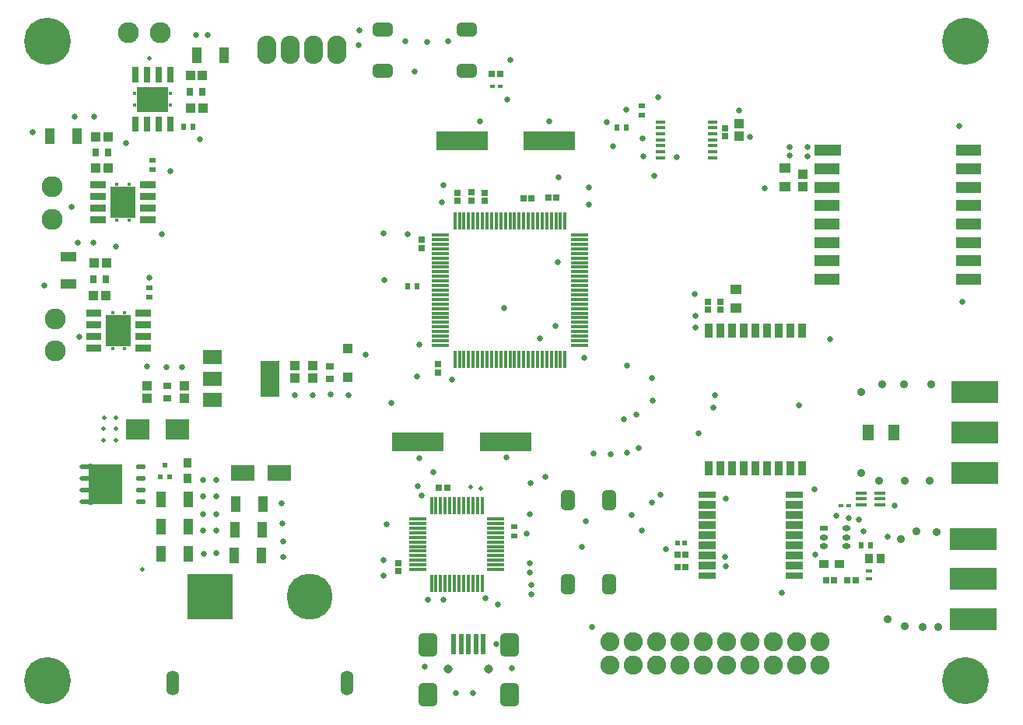
<source format=gts>
G04*
G04 #@! TF.GenerationSoftware,Altium Limited,Altium Designer,24.10.1 (45)*
G04*
G04 Layer_Color=8388736*
%FSLAX25Y25*%
%MOIN*%
G70*
G04*
G04 #@! TF.SameCoordinates,2D4B152F-DA3A-4926-AC14-268B840A774E*
G04*
G04*
G04 #@! TF.FilePolarity,Negative*
G04*
G01*
G75*
%ADD20R,0.02268X0.02661*%
%ADD21R,0.04236X0.03842*%
%ADD22R,0.04236X0.01677*%
%ADD23R,0.02661X0.02268*%
%ADD24R,0.02819X0.02661*%
%ADD25R,0.19984X0.09315*%
%ADD26R,0.20299X0.09807*%
%ADD27R,0.05024X0.06795*%
%ADD28R,0.03700X0.06300*%
%ADD29R,0.21953X0.08173*%
%ADD30O,0.07386X0.01480*%
%ADD31O,0.01480X0.07386*%
%ADD34R,0.02661X0.02819*%
%ADD35R,0.02268X0.09158*%
%ADD36R,0.08173X0.15260*%
%ADD37R,0.08173X0.06205*%
G04:AMPARAMS|DCode=38|XSize=58.11mil|YSize=85.67mil|CornerRadius=15.28mil|HoleSize=0mil|Usage=FLASHONLY|Rotation=90.000|XOffset=0mil|YOffset=0mil|HoleType=Round|Shape=RoundedRectangle|*
%AMROUNDEDRECTD38*
21,1,0.05811,0.05512,0,0,90.0*
21,1,0.02756,0.08567,0,0,90.0*
1,1,0.03055,0.02756,0.01378*
1,1,0.03055,0.02756,-0.01378*
1,1,0.03055,-0.02756,-0.01378*
1,1,0.03055,-0.02756,0.01378*
%
%ADD38ROUNDEDRECTD38*%
%ADD39R,0.03842X0.04236*%
%ADD40R,0.05024X0.04236*%
%ADD41O,0.03449X0.02465*%
%ADD42R,0.03449X0.02465*%
%ADD43R,0.03449X0.03842*%
%ADD44R,0.01874X0.01480*%
%ADD45R,0.04899X0.01699*%
%ADD46R,0.02858X0.01677*%
%ADD47R,0.03842X0.03449*%
%ADD48R,0.01874X0.02268*%
%ADD49R,0.04433X0.06598*%
%ADD52R,0.06598X0.04433*%
%ADD53R,0.02858X0.03449*%
G04:AMPARAMS|DCode=54|XSize=81.73mil|YSize=101.42mil|CornerRadius=21.18mil|HoleSize=0mil|Usage=FLASHONLY|Rotation=0.000|XOffset=0mil|YOffset=0mil|HoleType=Round|Shape=RoundedRectangle|*
%AMROUNDEDRECTD54*
21,1,0.08173,0.05906,0,0,0.0*
21,1,0.03937,0.10142,0,0,0.0*
1,1,0.04236,0.01968,-0.02953*
1,1,0.04236,-0.01968,-0.02953*
1,1,0.04236,-0.01968,0.02953*
1,1,0.04236,0.01968,0.02953*
%
%ADD54ROUNDEDRECTD54*%
%ADD55R,0.03449X0.02858*%
%ADD56R,0.04039X0.03842*%
%ADD57R,0.09945X0.08764*%
%ADD58R,0.01874X0.02307*%
%ADD59R,0.10142X0.06992*%
%ADD60O,0.04236X0.02268*%
%ADD61O,0.05811X0.02268*%
%ADD62R,0.10535X0.04630*%
%ADD63R,0.11323X0.04630*%
G04:AMPARAMS|DCode=64|XSize=58.11mil|YSize=85.67mil|CornerRadius=15.28mil|HoleSize=0mil|Usage=FLASHONLY|Rotation=180.000|XOffset=0mil|YOffset=0mil|HoleType=Round|Shape=RoundedRectangle|*
%AMROUNDEDRECTD64*
21,1,0.05811,0.05512,0,0,180.0*
21,1,0.02756,0.08567,0,0,180.0*
1,1,0.03055,-0.01378,0.02756*
1,1,0.03055,0.01378,0.02756*
1,1,0.03055,0.01378,-0.02756*
1,1,0.03055,-0.01378,-0.02756*
%
%ADD64ROUNDEDRECTD64*%
%ADD65R,0.07386X0.03055*%
%ADD66R,0.07386X0.03449*%
%ADD67R,0.01781X0.07293*%
%ADD68R,0.07293X0.01781*%
%ADD69C,0.08173*%
%ADD70O,0.05417X0.10535*%
%ADD71C,0.19654*%
%ADD72R,0.19654X0.19654*%
%ADD73C,0.20079*%
%ADD74C,0.08961*%
%ADD75O,0.08173X0.12110*%
%ADD76C,0.01480*%
%ADD77C,0.03842*%
%ADD78C,0.02661*%
%ADD79C,0.03449*%
%ADD80C,0.01874*%
G36*
X69520Y278717D02*
X69528D01*
X69539Y278713D01*
X69547D01*
X69559Y278709D01*
X69567Y278705D01*
X69579Y278701D01*
X69587Y278693D01*
X69595Y278689D01*
X69602Y278681D01*
X69610Y278677D01*
X69618Y278669D01*
X69626Y278661D01*
X69634Y278654D01*
X69642Y278646D01*
X69646Y278638D01*
X69653Y278630D01*
X69657Y278622D01*
X69665Y278614D01*
X69669Y278602D01*
X69673Y278594D01*
X69677Y278583D01*
Y278575D01*
X69681Y278563D01*
Y278555D01*
X69685Y278543D01*
Y272244D01*
X69681Y272232D01*
Y272224D01*
X69677Y272213D01*
Y272205D01*
X69673Y272193D01*
X69669Y272185D01*
X69665Y272173D01*
X69657Y272165D01*
X69653Y272158D01*
X69646Y272150D01*
X69642Y272142D01*
X69634Y272134D01*
X69626Y272126D01*
X69618Y272118D01*
X69610Y272110D01*
X69602Y272106D01*
X69595Y272098D01*
X69587Y272094D01*
X69579Y272087D01*
X69567Y272083D01*
X69559Y272079D01*
X69547Y272075D01*
X69539D01*
X69528Y272071D01*
X69520D01*
X69508Y272067D01*
X66949D01*
X66937Y272071D01*
X66929D01*
X66917Y272075D01*
X66909D01*
X66898Y272079D01*
X66890Y272083D01*
X66878Y272087D01*
X66870Y272094D01*
X66862Y272098D01*
X66854Y272106D01*
X66847Y272110D01*
X66839Y272118D01*
X66831Y272126D01*
X66823Y272134D01*
X66815Y272142D01*
X66811Y272150D01*
X66803Y272158D01*
X66799Y272165D01*
X66791Y272173D01*
X66787Y272185D01*
X66783Y272193D01*
X66780Y272205D01*
Y272213D01*
X66776Y272224D01*
Y272232D01*
X66772Y272244D01*
Y278543D01*
X66776Y278555D01*
Y278563D01*
X66780Y278575D01*
Y278583D01*
X66783Y278594D01*
X66787Y278602D01*
X66791Y278614D01*
X66799Y278622D01*
X66803Y278630D01*
X66811Y278638D01*
X66815Y278646D01*
X66823Y278654D01*
X66831Y278661D01*
X66839Y278669D01*
X66847Y278677D01*
X66854Y278681D01*
X66862Y278689D01*
X66870Y278693D01*
X66878Y278701D01*
X66890Y278705D01*
X66898Y278709D01*
X66909Y278713D01*
X66917D01*
X66929Y278717D01*
X66937D01*
X66949Y278720D01*
X69508D01*
X69520Y278717D01*
D02*
G37*
G36*
X64520D02*
X64527D01*
X64539Y278713D01*
X64547D01*
X64559Y278709D01*
X64567Y278705D01*
X64579Y278701D01*
X64587Y278693D01*
X64595Y278689D01*
X64602Y278681D01*
X64610Y278677D01*
X64618Y278669D01*
X64626Y278661D01*
X64634Y278654D01*
X64642Y278646D01*
X64646Y278638D01*
X64653Y278630D01*
X64657Y278622D01*
X64665Y278614D01*
X64669Y278602D01*
X64673Y278594D01*
X64677Y278583D01*
Y278575D01*
X64681Y278563D01*
Y278555D01*
X64685Y278543D01*
Y272244D01*
X64681Y272232D01*
Y272224D01*
X64677Y272213D01*
Y272205D01*
X64673Y272193D01*
X64669Y272185D01*
X64665Y272173D01*
X64657Y272165D01*
X64653Y272158D01*
X64646Y272150D01*
X64642Y272142D01*
X64634Y272134D01*
X64626Y272126D01*
X64618Y272118D01*
X64610Y272110D01*
X64602Y272106D01*
X64595Y272098D01*
X64587Y272094D01*
X64579Y272087D01*
X64567Y272083D01*
X64559Y272079D01*
X64547Y272075D01*
X64539D01*
X64527Y272071D01*
X64520D01*
X64508Y272067D01*
X61949D01*
X61937Y272071D01*
X61929D01*
X61917Y272075D01*
X61909D01*
X61898Y272079D01*
X61890Y272083D01*
X61878Y272087D01*
X61870Y272094D01*
X61862Y272098D01*
X61854Y272106D01*
X61847Y272110D01*
X61839Y272118D01*
X61831Y272126D01*
X61823Y272134D01*
X61815Y272142D01*
X61811Y272150D01*
X61803Y272158D01*
X61799Y272165D01*
X61791Y272173D01*
X61787Y272185D01*
X61783Y272193D01*
X61779Y272205D01*
Y272213D01*
X61776Y272224D01*
Y272232D01*
X61772Y272244D01*
Y278543D01*
X61776Y278555D01*
Y278563D01*
X61779Y278575D01*
Y278583D01*
X61783Y278594D01*
X61787Y278602D01*
X61791Y278614D01*
X61799Y278622D01*
X61803Y278630D01*
X61811Y278638D01*
X61815Y278646D01*
X61823Y278654D01*
X61831Y278661D01*
X61839Y278669D01*
X61847Y278677D01*
X61854Y278681D01*
X61862Y278689D01*
X61870Y278693D01*
X61878Y278701D01*
X61890Y278705D01*
X61898Y278709D01*
X61909Y278713D01*
X61917D01*
X61929Y278717D01*
X61937D01*
X61949Y278720D01*
X64508D01*
X64520Y278717D01*
D02*
G37*
G36*
X59520D02*
X59527D01*
X59539Y278713D01*
X59547D01*
X59559Y278709D01*
X59567Y278705D01*
X59579Y278701D01*
X59587Y278693D01*
X59595Y278689D01*
X59602Y278681D01*
X59610Y278677D01*
X59618Y278669D01*
X59626Y278661D01*
X59634Y278654D01*
X59642Y278646D01*
X59646Y278638D01*
X59654Y278630D01*
X59658Y278622D01*
X59665Y278614D01*
X59669Y278602D01*
X59673Y278594D01*
X59677Y278583D01*
Y278575D01*
X59681Y278563D01*
Y278555D01*
X59685Y278543D01*
Y272244D01*
X59681Y272232D01*
Y272224D01*
X59677Y272213D01*
Y272205D01*
X59673Y272193D01*
X59669Y272185D01*
X59665Y272173D01*
X59658Y272165D01*
X59654Y272158D01*
X59646Y272150D01*
X59642Y272142D01*
X59634Y272134D01*
X59626Y272126D01*
X59618Y272118D01*
X59610Y272110D01*
X59602Y272106D01*
X59595Y272098D01*
X59587Y272094D01*
X59579Y272087D01*
X59567Y272083D01*
X59559Y272079D01*
X59547Y272075D01*
X59539D01*
X59527Y272071D01*
X59520D01*
X59508Y272067D01*
X56949D01*
X56937Y272071D01*
X56929D01*
X56917Y272075D01*
X56909D01*
X56898Y272079D01*
X56890Y272083D01*
X56878Y272087D01*
X56870Y272094D01*
X56862Y272098D01*
X56854Y272106D01*
X56846Y272110D01*
X56839Y272118D01*
X56831Y272126D01*
X56823Y272134D01*
X56815Y272142D01*
X56811Y272150D01*
X56803Y272158D01*
X56799Y272165D01*
X56791Y272173D01*
X56787Y272185D01*
X56783Y272193D01*
X56779Y272205D01*
Y272213D01*
X56776Y272224D01*
Y272232D01*
X56772Y272244D01*
Y278543D01*
X56776Y278555D01*
Y278563D01*
X56779Y278575D01*
Y278583D01*
X56783Y278594D01*
X56787Y278602D01*
X56791Y278614D01*
X56799Y278622D01*
X56803Y278630D01*
X56811Y278638D01*
X56815Y278646D01*
X56823Y278654D01*
X56831Y278661D01*
X56839Y278669D01*
X56846Y278677D01*
X56854Y278681D01*
X56862Y278689D01*
X56870Y278693D01*
X56878Y278701D01*
X56890Y278705D01*
X56898Y278709D01*
X56909Y278713D01*
X56917D01*
X56929Y278717D01*
X56937D01*
X56949Y278720D01*
X59508D01*
X59520Y278717D01*
D02*
G37*
G36*
X54520D02*
X54527D01*
X54539Y278713D01*
X54547D01*
X54559Y278709D01*
X54567Y278705D01*
X54579Y278701D01*
X54587Y278693D01*
X54594Y278689D01*
X54602Y278681D01*
X54610Y278677D01*
X54618Y278669D01*
X54626Y278661D01*
X54634Y278654D01*
X54642Y278646D01*
X54646Y278638D01*
X54654Y278630D01*
X54658Y278622D01*
X54665Y278614D01*
X54669Y278602D01*
X54673Y278594D01*
X54677Y278583D01*
Y278575D01*
X54681Y278563D01*
Y278555D01*
X54685Y278543D01*
Y272244D01*
X54681Y272232D01*
Y272224D01*
X54677Y272213D01*
Y272205D01*
X54673Y272193D01*
X54669Y272185D01*
X54665Y272173D01*
X54658Y272165D01*
X54654Y272158D01*
X54646Y272150D01*
X54642Y272142D01*
X54634Y272134D01*
X54626Y272126D01*
X54618Y272118D01*
X54610Y272110D01*
X54602Y272106D01*
X54594Y272098D01*
X54587Y272094D01*
X54579Y272087D01*
X54567Y272083D01*
X54559Y272079D01*
X54547Y272075D01*
X54539D01*
X54527Y272071D01*
X54520D01*
X54508Y272067D01*
X51949D01*
X51937Y272071D01*
X51929D01*
X51917Y272075D01*
X51909D01*
X51898Y272079D01*
X51890Y272083D01*
X51878Y272087D01*
X51870Y272094D01*
X51862Y272098D01*
X51854Y272106D01*
X51846Y272110D01*
X51839Y272118D01*
X51831Y272126D01*
X51823Y272134D01*
X51815Y272142D01*
X51811Y272150D01*
X51803Y272158D01*
X51799Y272165D01*
X51791Y272173D01*
X51787Y272185D01*
X51784Y272193D01*
X51780Y272205D01*
Y272213D01*
X51776Y272224D01*
Y272232D01*
X51772Y272244D01*
Y278543D01*
X51776Y278555D01*
Y278563D01*
X51780Y278575D01*
Y278583D01*
X51784Y278594D01*
X51787Y278602D01*
X51791Y278614D01*
X51799Y278622D01*
X51803Y278630D01*
X51811Y278638D01*
X51815Y278646D01*
X51823Y278654D01*
X51831Y278661D01*
X51839Y278669D01*
X51846Y278677D01*
X51854Y278681D01*
X51862Y278689D01*
X51870Y278693D01*
X51878Y278701D01*
X51890Y278705D01*
X51898Y278709D01*
X51909Y278713D01*
X51917D01*
X51929Y278717D01*
X51937D01*
X51949Y278720D01*
X54508D01*
X54520Y278717D01*
D02*
G37*
G36*
X67421Y259429D02*
X54035D01*
Y270098D01*
X67421D01*
Y259429D01*
D02*
G37*
G36*
X69520Y257457D02*
X69528D01*
X69539Y257453D01*
X69547D01*
X69559Y257449D01*
X69567Y257445D01*
X69579Y257441D01*
X69587Y257433D01*
X69595Y257429D01*
X69602Y257421D01*
X69610Y257417D01*
X69618Y257410D01*
X69626Y257402D01*
X69634Y257394D01*
X69642Y257386D01*
X69646Y257378D01*
X69653Y257370D01*
X69657Y257362D01*
X69665Y257354D01*
X69669Y257343D01*
X69673Y257335D01*
X69677Y257323D01*
Y257315D01*
X69681Y257303D01*
Y257295D01*
X69685Y257283D01*
Y250984D01*
X69681Y250972D01*
Y250965D01*
X69677Y250953D01*
Y250945D01*
X69673Y250933D01*
X69669Y250925D01*
X69665Y250913D01*
X69657Y250905D01*
X69653Y250898D01*
X69646Y250890D01*
X69642Y250882D01*
X69634Y250874D01*
X69626Y250866D01*
X69618Y250858D01*
X69610Y250850D01*
X69602Y250847D01*
X69595Y250839D01*
X69587Y250835D01*
X69579Y250827D01*
X69567Y250823D01*
X69559Y250819D01*
X69547Y250815D01*
X69539D01*
X69528Y250811D01*
X69520D01*
X69508Y250807D01*
X66949D01*
X66937Y250811D01*
X66929D01*
X66917Y250815D01*
X66909D01*
X66898Y250819D01*
X66890Y250823D01*
X66878Y250827D01*
X66870Y250835D01*
X66862Y250839D01*
X66854Y250847D01*
X66847Y250850D01*
X66839Y250858D01*
X66831Y250866D01*
X66823Y250874D01*
X66815Y250882D01*
X66811Y250890D01*
X66803Y250898D01*
X66799Y250905D01*
X66791Y250913D01*
X66787Y250925D01*
X66783Y250933D01*
X66780Y250945D01*
Y250953D01*
X66776Y250965D01*
Y250972D01*
X66772Y250984D01*
Y257283D01*
X66776Y257295D01*
Y257303D01*
X66780Y257315D01*
Y257323D01*
X66783Y257335D01*
X66787Y257343D01*
X66791Y257354D01*
X66799Y257362D01*
X66803Y257370D01*
X66811Y257378D01*
X66815Y257386D01*
X66823Y257394D01*
X66831Y257402D01*
X66839Y257410D01*
X66847Y257417D01*
X66854Y257421D01*
X66862Y257429D01*
X66870Y257433D01*
X66878Y257441D01*
X66890Y257445D01*
X66898Y257449D01*
X66909Y257453D01*
X66917D01*
X66929Y257457D01*
X66937D01*
X66949Y257461D01*
X69508D01*
X69520Y257457D01*
D02*
G37*
G36*
X64520D02*
X64527D01*
X64539Y257453D01*
X64547D01*
X64559Y257449D01*
X64567Y257445D01*
X64579Y257441D01*
X64587Y257433D01*
X64595Y257429D01*
X64602Y257421D01*
X64610Y257417D01*
X64618Y257410D01*
X64626Y257402D01*
X64634Y257394D01*
X64642Y257386D01*
X64646Y257378D01*
X64653Y257370D01*
X64657Y257362D01*
X64665Y257354D01*
X64669Y257343D01*
X64673Y257335D01*
X64677Y257323D01*
Y257315D01*
X64681Y257303D01*
Y257295D01*
X64685Y257283D01*
Y250984D01*
X64681Y250972D01*
Y250965D01*
X64677Y250953D01*
Y250945D01*
X64673Y250933D01*
X64669Y250925D01*
X64665Y250913D01*
X64657Y250905D01*
X64653Y250898D01*
X64646Y250890D01*
X64642Y250882D01*
X64634Y250874D01*
X64626Y250866D01*
X64618Y250858D01*
X64610Y250850D01*
X64602Y250847D01*
X64595Y250839D01*
X64587Y250835D01*
X64579Y250827D01*
X64567Y250823D01*
X64559Y250819D01*
X64547Y250815D01*
X64539D01*
X64527Y250811D01*
X64520D01*
X64508Y250807D01*
X61949D01*
X61937Y250811D01*
X61929D01*
X61917Y250815D01*
X61909D01*
X61898Y250819D01*
X61890Y250823D01*
X61878Y250827D01*
X61870Y250835D01*
X61862Y250839D01*
X61854Y250847D01*
X61847Y250850D01*
X61839Y250858D01*
X61831Y250866D01*
X61823Y250874D01*
X61815Y250882D01*
X61811Y250890D01*
X61803Y250898D01*
X61799Y250905D01*
X61791Y250913D01*
X61787Y250925D01*
X61783Y250933D01*
X61779Y250945D01*
Y250953D01*
X61776Y250965D01*
Y250972D01*
X61772Y250984D01*
Y257283D01*
X61776Y257295D01*
Y257303D01*
X61779Y257315D01*
Y257323D01*
X61783Y257335D01*
X61787Y257343D01*
X61791Y257354D01*
X61799Y257362D01*
X61803Y257370D01*
X61811Y257378D01*
X61815Y257386D01*
X61823Y257394D01*
X61831Y257402D01*
X61839Y257410D01*
X61847Y257417D01*
X61854Y257421D01*
X61862Y257429D01*
X61870Y257433D01*
X61878Y257441D01*
X61890Y257445D01*
X61898Y257449D01*
X61909Y257453D01*
X61917D01*
X61929Y257457D01*
X61937D01*
X61949Y257461D01*
X64508D01*
X64520Y257457D01*
D02*
G37*
G36*
X59520D02*
X59527D01*
X59539Y257453D01*
X59547D01*
X59559Y257449D01*
X59567Y257445D01*
X59579Y257441D01*
X59587Y257433D01*
X59595Y257429D01*
X59602Y257421D01*
X59610Y257417D01*
X59618Y257410D01*
X59626Y257402D01*
X59634Y257394D01*
X59642Y257386D01*
X59646Y257378D01*
X59654Y257370D01*
X59658Y257362D01*
X59665Y257354D01*
X59669Y257343D01*
X59673Y257335D01*
X59677Y257323D01*
Y257315D01*
X59681Y257303D01*
Y257295D01*
X59685Y257283D01*
Y250984D01*
X59681Y250972D01*
Y250965D01*
X59677Y250953D01*
Y250945D01*
X59673Y250933D01*
X59669Y250925D01*
X59665Y250913D01*
X59658Y250905D01*
X59654Y250898D01*
X59646Y250890D01*
X59642Y250882D01*
X59634Y250874D01*
X59626Y250866D01*
X59618Y250858D01*
X59610Y250850D01*
X59602Y250847D01*
X59595Y250839D01*
X59587Y250835D01*
X59579Y250827D01*
X59567Y250823D01*
X59559Y250819D01*
X59547Y250815D01*
X59539D01*
X59527Y250811D01*
X59520D01*
X59508Y250807D01*
X56949D01*
X56937Y250811D01*
X56929D01*
X56917Y250815D01*
X56909D01*
X56898Y250819D01*
X56890Y250823D01*
X56878Y250827D01*
X56870Y250835D01*
X56862Y250839D01*
X56854Y250847D01*
X56846Y250850D01*
X56839Y250858D01*
X56831Y250866D01*
X56823Y250874D01*
X56815Y250882D01*
X56811Y250890D01*
X56803Y250898D01*
X56799Y250905D01*
X56791Y250913D01*
X56787Y250925D01*
X56783Y250933D01*
X56779Y250945D01*
Y250953D01*
X56776Y250965D01*
Y250972D01*
X56772Y250984D01*
Y257283D01*
X56776Y257295D01*
Y257303D01*
X56779Y257315D01*
Y257323D01*
X56783Y257335D01*
X56787Y257343D01*
X56791Y257354D01*
X56799Y257362D01*
X56803Y257370D01*
X56811Y257378D01*
X56815Y257386D01*
X56823Y257394D01*
X56831Y257402D01*
X56839Y257410D01*
X56846Y257417D01*
X56854Y257421D01*
X56862Y257429D01*
X56870Y257433D01*
X56878Y257441D01*
X56890Y257445D01*
X56898Y257449D01*
X56909Y257453D01*
X56917D01*
X56929Y257457D01*
X56937D01*
X56949Y257461D01*
X59508D01*
X59520Y257457D01*
D02*
G37*
G36*
X54520D02*
X54527D01*
X54539Y257453D01*
X54547D01*
X54559Y257449D01*
X54567Y257445D01*
X54579Y257441D01*
X54587Y257433D01*
X54594Y257429D01*
X54602Y257421D01*
X54610Y257417D01*
X54618Y257410D01*
X54626Y257402D01*
X54634Y257394D01*
X54642Y257386D01*
X54646Y257378D01*
X54654Y257370D01*
X54658Y257362D01*
X54665Y257354D01*
X54669Y257343D01*
X54673Y257335D01*
X54677Y257323D01*
Y257315D01*
X54681Y257303D01*
Y257295D01*
X54685Y257283D01*
Y250984D01*
X54681Y250972D01*
Y250965D01*
X54677Y250953D01*
Y250945D01*
X54673Y250933D01*
X54669Y250925D01*
X54665Y250913D01*
X54658Y250905D01*
X54654Y250898D01*
X54646Y250890D01*
X54642Y250882D01*
X54634Y250874D01*
X54626Y250866D01*
X54618Y250858D01*
X54610Y250850D01*
X54602Y250847D01*
X54594Y250839D01*
X54587Y250835D01*
X54579Y250827D01*
X54567Y250823D01*
X54559Y250819D01*
X54547Y250815D01*
X54539D01*
X54527Y250811D01*
X54520D01*
X54508Y250807D01*
X51949D01*
X51937Y250811D01*
X51929D01*
X51917Y250815D01*
X51909D01*
X51898Y250819D01*
X51890Y250823D01*
X51878Y250827D01*
X51870Y250835D01*
X51862Y250839D01*
X51854Y250847D01*
X51846Y250850D01*
X51839Y250858D01*
X51831Y250866D01*
X51823Y250874D01*
X51815Y250882D01*
X51811Y250890D01*
X51803Y250898D01*
X51799Y250905D01*
X51791Y250913D01*
X51787Y250925D01*
X51784Y250933D01*
X51780Y250945D01*
Y250953D01*
X51776Y250965D01*
Y250972D01*
X51772Y250984D01*
Y257283D01*
X51776Y257295D01*
Y257303D01*
X51780Y257315D01*
Y257323D01*
X51784Y257335D01*
X51787Y257343D01*
X51791Y257354D01*
X51799Y257362D01*
X51803Y257370D01*
X51811Y257378D01*
X51815Y257386D01*
X51823Y257394D01*
X51831Y257402D01*
X51839Y257410D01*
X51846Y257417D01*
X51854Y257421D01*
X51862Y257429D01*
X51870Y257433D01*
X51878Y257441D01*
X51890Y257445D01*
X51898Y257449D01*
X51909Y257453D01*
X51917D01*
X51929Y257457D01*
X51937D01*
X51949Y257461D01*
X54508D01*
X54520Y257457D01*
D02*
G37*
G36*
X61724Y229524D02*
X61732D01*
X61744Y229520D01*
X61752D01*
X61764Y229516D01*
X61772Y229512D01*
X61783Y229508D01*
X61791Y229500D01*
X61799Y229496D01*
X61807Y229488D01*
X61815Y229484D01*
X61823Y229476D01*
X61831Y229468D01*
X61839Y229461D01*
X61847Y229453D01*
X61850Y229445D01*
X61858Y229437D01*
X61862Y229429D01*
X61870Y229421D01*
X61874Y229410D01*
X61878Y229402D01*
X61882Y229390D01*
Y229382D01*
X61886Y229370D01*
Y229362D01*
X61890Y229350D01*
Y229343D01*
Y229331D01*
Y226811D01*
Y226799D01*
Y226791D01*
X61886Y226780D01*
Y226772D01*
X61882Y226760D01*
Y226752D01*
X61878Y226740D01*
X61874Y226732D01*
X61870Y226720D01*
X61862Y226713D01*
X61858Y226705D01*
X61850Y226697D01*
X61847Y226689D01*
X61839Y226681D01*
X61831Y226673D01*
X61823Y226665D01*
X61815Y226658D01*
X61807Y226654D01*
X61799Y226646D01*
X61791Y226642D01*
X61783Y226634D01*
X61772Y226630D01*
X61764Y226626D01*
X61752Y226622D01*
X61744D01*
X61732Y226618D01*
X61724D01*
X61713Y226614D01*
X55413D01*
X55402Y226618D01*
X55394D01*
X55382Y226622D01*
X55374D01*
X55362Y226626D01*
X55354Y226630D01*
X55343Y226634D01*
X55335Y226642D01*
X55327Y226646D01*
X55319Y226654D01*
X55311Y226658D01*
X55303Y226665D01*
X55295Y226673D01*
X55287Y226681D01*
X55279Y226689D01*
X55276Y226697D01*
X55268Y226705D01*
X55264Y226713D01*
X55256Y226720D01*
X55252Y226732D01*
X55248Y226740D01*
X55244Y226752D01*
Y226760D01*
X55240Y226772D01*
Y226780D01*
X55236Y226791D01*
Y226799D01*
Y226811D01*
Y229331D01*
Y229343D01*
Y229350D01*
X55240Y229362D01*
Y229370D01*
X55244Y229382D01*
Y229390D01*
X55248Y229402D01*
X55252Y229410D01*
X55256Y229421D01*
X55264Y229429D01*
X55268Y229437D01*
X55276Y229445D01*
X55279Y229453D01*
X55287Y229461D01*
X55295Y229468D01*
X55303Y229476D01*
X55311Y229484D01*
X55319Y229488D01*
X55327Y229496D01*
X55335Y229500D01*
X55343Y229508D01*
X55354Y229512D01*
X55362Y229516D01*
X55374Y229520D01*
X55382D01*
X55394Y229524D01*
X55402D01*
X55413Y229528D01*
X61713D01*
X61724Y229524D01*
D02*
G37*
G36*
X40465D02*
X40472D01*
X40484Y229520D01*
X40492D01*
X40504Y229516D01*
X40512Y229512D01*
X40524Y229508D01*
X40532Y229500D01*
X40539Y229496D01*
X40547Y229488D01*
X40555Y229484D01*
X40563Y229476D01*
X40571Y229468D01*
X40579Y229461D01*
X40587Y229453D01*
X40591Y229445D01*
X40598Y229437D01*
X40602Y229429D01*
X40610Y229421D01*
X40614Y229410D01*
X40618Y229402D01*
X40622Y229390D01*
Y229382D01*
X40626Y229370D01*
Y229362D01*
X40630Y229350D01*
Y229343D01*
Y229331D01*
Y226811D01*
Y226799D01*
Y226791D01*
X40626Y226780D01*
Y226772D01*
X40622Y226760D01*
Y226752D01*
X40618Y226740D01*
X40614Y226732D01*
X40610Y226720D01*
X40602Y226713D01*
X40598Y226705D01*
X40591Y226697D01*
X40587Y226689D01*
X40579Y226681D01*
X40571Y226673D01*
X40563Y226665D01*
X40555Y226658D01*
X40547Y226654D01*
X40539Y226646D01*
X40532Y226642D01*
X40524Y226634D01*
X40512Y226630D01*
X40504Y226626D01*
X40492Y226622D01*
X40484D01*
X40472Y226618D01*
X40465D01*
X40453Y226614D01*
X34154D01*
X34142Y226618D01*
X34134D01*
X34122Y226622D01*
X34114D01*
X34102Y226626D01*
X34095Y226630D01*
X34083Y226634D01*
X34075Y226642D01*
X34067Y226646D01*
X34059Y226654D01*
X34051Y226658D01*
X34043Y226665D01*
X34035Y226673D01*
X34028Y226681D01*
X34020Y226689D01*
X34016Y226697D01*
X34008Y226705D01*
X34004Y226713D01*
X33996Y226720D01*
X33992Y226732D01*
X33988Y226740D01*
X33984Y226752D01*
Y226760D01*
X33980Y226772D01*
Y226780D01*
X33976Y226791D01*
Y226799D01*
Y226811D01*
Y229331D01*
Y229343D01*
Y229350D01*
X33980Y229362D01*
Y229370D01*
X33984Y229382D01*
Y229390D01*
X33988Y229402D01*
X33992Y229410D01*
X33996Y229421D01*
X34004Y229429D01*
X34008Y229437D01*
X34016Y229445D01*
X34020Y229453D01*
X34028Y229461D01*
X34035Y229468D01*
X34043Y229476D01*
X34051Y229484D01*
X34059Y229488D01*
X34067Y229496D01*
X34075Y229500D01*
X34083Y229508D01*
X34095Y229512D01*
X34102Y229516D01*
X34114Y229520D01*
X34122D01*
X34134Y229524D01*
X34142D01*
X34154Y229528D01*
X40453D01*
X40465Y229524D01*
D02*
G37*
G36*
X61724Y224524D02*
X61732D01*
X61744Y224520D01*
X61752D01*
X61764Y224516D01*
X61772Y224512D01*
X61783Y224508D01*
X61791Y224500D01*
X61799Y224496D01*
X61807Y224488D01*
X61815Y224484D01*
X61823Y224476D01*
X61831Y224468D01*
X61839Y224461D01*
X61847Y224453D01*
X61850Y224445D01*
X61858Y224437D01*
X61862Y224429D01*
X61870Y224421D01*
X61874Y224410D01*
X61878Y224402D01*
X61882Y224390D01*
Y224382D01*
X61886Y224370D01*
Y224362D01*
X61890Y224350D01*
Y224342D01*
Y224331D01*
Y221811D01*
Y221799D01*
Y221791D01*
X61886Y221780D01*
Y221772D01*
X61882Y221760D01*
Y221752D01*
X61878Y221740D01*
X61874Y221732D01*
X61870Y221721D01*
X61862Y221713D01*
X61858Y221705D01*
X61850Y221697D01*
X61847Y221689D01*
X61839Y221681D01*
X61831Y221673D01*
X61823Y221665D01*
X61815Y221657D01*
X61807Y221654D01*
X61799Y221646D01*
X61791Y221642D01*
X61783Y221634D01*
X61772Y221630D01*
X61764Y221626D01*
X61752Y221622D01*
X61744D01*
X61732Y221618D01*
X61724D01*
X61713Y221614D01*
X55413D01*
X55402Y221618D01*
X55394D01*
X55382Y221622D01*
X55374D01*
X55362Y221626D01*
X55354Y221630D01*
X55343Y221634D01*
X55335Y221642D01*
X55327Y221646D01*
X55319Y221654D01*
X55311Y221657D01*
X55303Y221665D01*
X55295Y221673D01*
X55287Y221681D01*
X55279Y221689D01*
X55276Y221697D01*
X55268Y221705D01*
X55264Y221713D01*
X55256Y221721D01*
X55252Y221732D01*
X55248Y221740D01*
X55244Y221752D01*
Y221760D01*
X55240Y221772D01*
Y221780D01*
X55236Y221791D01*
Y221799D01*
Y221811D01*
Y224331D01*
Y224342D01*
Y224350D01*
X55240Y224362D01*
Y224370D01*
X55244Y224382D01*
Y224390D01*
X55248Y224402D01*
X55252Y224410D01*
X55256Y224421D01*
X55264Y224429D01*
X55268Y224437D01*
X55276Y224445D01*
X55279Y224453D01*
X55287Y224461D01*
X55295Y224468D01*
X55303Y224476D01*
X55311Y224484D01*
X55319Y224488D01*
X55327Y224496D01*
X55335Y224500D01*
X55343Y224508D01*
X55354Y224512D01*
X55362Y224516D01*
X55374Y224520D01*
X55382D01*
X55394Y224524D01*
X55402D01*
X55413Y224528D01*
X61713D01*
X61724Y224524D01*
D02*
G37*
G36*
X40465D02*
X40472D01*
X40484Y224520D01*
X40492D01*
X40504Y224516D01*
X40512Y224512D01*
X40524Y224508D01*
X40532Y224500D01*
X40539Y224496D01*
X40547Y224488D01*
X40555Y224484D01*
X40563Y224476D01*
X40571Y224468D01*
X40579Y224461D01*
X40587Y224453D01*
X40591Y224445D01*
X40598Y224437D01*
X40602Y224429D01*
X40610Y224421D01*
X40614Y224410D01*
X40618Y224402D01*
X40622Y224390D01*
Y224382D01*
X40626Y224370D01*
Y224362D01*
X40630Y224350D01*
Y224342D01*
Y224331D01*
Y221811D01*
Y221799D01*
Y221791D01*
X40626Y221780D01*
Y221772D01*
X40622Y221760D01*
Y221752D01*
X40618Y221740D01*
X40614Y221732D01*
X40610Y221721D01*
X40602Y221713D01*
X40598Y221705D01*
X40591Y221697D01*
X40587Y221689D01*
X40579Y221681D01*
X40571Y221673D01*
X40563Y221665D01*
X40555Y221657D01*
X40547Y221654D01*
X40539Y221646D01*
X40532Y221642D01*
X40524Y221634D01*
X40512Y221630D01*
X40504Y221626D01*
X40492Y221622D01*
X40484D01*
X40472Y221618D01*
X40465D01*
X40453Y221614D01*
X34154D01*
X34142Y221618D01*
X34134D01*
X34122Y221622D01*
X34114D01*
X34102Y221626D01*
X34095Y221630D01*
X34083Y221634D01*
X34075Y221642D01*
X34067Y221646D01*
X34059Y221654D01*
X34051Y221657D01*
X34043Y221665D01*
X34035Y221673D01*
X34028Y221681D01*
X34020Y221689D01*
X34016Y221697D01*
X34008Y221705D01*
X34004Y221713D01*
X33996Y221721D01*
X33992Y221732D01*
X33988Y221740D01*
X33984Y221752D01*
Y221760D01*
X33980Y221772D01*
Y221780D01*
X33976Y221791D01*
Y221799D01*
Y221811D01*
Y224331D01*
Y224342D01*
Y224350D01*
X33980Y224362D01*
Y224370D01*
X33984Y224382D01*
Y224390D01*
X33988Y224402D01*
X33992Y224410D01*
X33996Y224421D01*
X34004Y224429D01*
X34008Y224437D01*
X34016Y224445D01*
X34020Y224453D01*
X34028Y224461D01*
X34035Y224468D01*
X34043Y224476D01*
X34051Y224484D01*
X34059Y224488D01*
X34067Y224496D01*
X34075Y224500D01*
X34083Y224508D01*
X34095Y224512D01*
X34102Y224516D01*
X34114Y224520D01*
X34122D01*
X34134Y224524D01*
X34142D01*
X34154Y224528D01*
X40453D01*
X40465Y224524D01*
D02*
G37*
G36*
X61724Y219524D02*
X61732D01*
X61744Y219520D01*
X61752D01*
X61764Y219516D01*
X61772Y219512D01*
X61783Y219508D01*
X61791Y219500D01*
X61799Y219496D01*
X61807Y219488D01*
X61815Y219484D01*
X61823Y219476D01*
X61831Y219468D01*
X61839Y219461D01*
X61847Y219453D01*
X61850Y219445D01*
X61858Y219437D01*
X61862Y219429D01*
X61870Y219421D01*
X61874Y219409D01*
X61878Y219402D01*
X61882Y219390D01*
Y219382D01*
X61886Y219370D01*
Y219362D01*
X61890Y219350D01*
Y219342D01*
Y219331D01*
Y216811D01*
Y216799D01*
Y216791D01*
X61886Y216780D01*
Y216772D01*
X61882Y216760D01*
Y216752D01*
X61878Y216740D01*
X61874Y216732D01*
X61870Y216721D01*
X61862Y216713D01*
X61858Y216705D01*
X61850Y216697D01*
X61847Y216689D01*
X61839Y216681D01*
X61831Y216673D01*
X61823Y216665D01*
X61815Y216657D01*
X61807Y216654D01*
X61799Y216646D01*
X61791Y216642D01*
X61783Y216634D01*
X61772Y216630D01*
X61764Y216626D01*
X61752Y216622D01*
X61744D01*
X61732Y216618D01*
X61724D01*
X61713Y216614D01*
X55413D01*
X55402Y216618D01*
X55394D01*
X55382Y216622D01*
X55374D01*
X55362Y216626D01*
X55354Y216630D01*
X55343Y216634D01*
X55335Y216642D01*
X55327Y216646D01*
X55319Y216654D01*
X55311Y216657D01*
X55303Y216665D01*
X55295Y216673D01*
X55287Y216681D01*
X55279Y216689D01*
X55276Y216697D01*
X55268Y216705D01*
X55264Y216713D01*
X55256Y216721D01*
X55252Y216732D01*
X55248Y216740D01*
X55244Y216752D01*
Y216760D01*
X55240Y216772D01*
Y216780D01*
X55236Y216791D01*
Y216799D01*
Y216811D01*
Y219331D01*
Y219342D01*
Y219350D01*
X55240Y219362D01*
Y219370D01*
X55244Y219382D01*
Y219390D01*
X55248Y219402D01*
X55252Y219409D01*
X55256Y219421D01*
X55264Y219429D01*
X55268Y219437D01*
X55276Y219445D01*
X55279Y219453D01*
X55287Y219461D01*
X55295Y219468D01*
X55303Y219476D01*
X55311Y219484D01*
X55319Y219488D01*
X55327Y219496D01*
X55335Y219500D01*
X55343Y219508D01*
X55354Y219512D01*
X55362Y219516D01*
X55374Y219520D01*
X55382D01*
X55394Y219524D01*
X55402D01*
X55413Y219528D01*
X61713D01*
X61724Y219524D01*
D02*
G37*
G36*
X40465D02*
X40472D01*
X40484Y219520D01*
X40492D01*
X40504Y219516D01*
X40512Y219512D01*
X40524Y219508D01*
X40532Y219500D01*
X40539Y219496D01*
X40547Y219488D01*
X40555Y219484D01*
X40563Y219476D01*
X40571Y219468D01*
X40579Y219461D01*
X40587Y219453D01*
X40591Y219445D01*
X40598Y219437D01*
X40602Y219429D01*
X40610Y219421D01*
X40614Y219409D01*
X40618Y219402D01*
X40622Y219390D01*
Y219382D01*
X40626Y219370D01*
Y219362D01*
X40630Y219350D01*
Y219342D01*
Y219331D01*
Y216811D01*
Y216799D01*
Y216791D01*
X40626Y216780D01*
Y216772D01*
X40622Y216760D01*
Y216752D01*
X40618Y216740D01*
X40614Y216732D01*
X40610Y216721D01*
X40602Y216713D01*
X40598Y216705D01*
X40591Y216697D01*
X40587Y216689D01*
X40579Y216681D01*
X40571Y216673D01*
X40563Y216665D01*
X40555Y216657D01*
X40547Y216654D01*
X40539Y216646D01*
X40532Y216642D01*
X40524Y216634D01*
X40512Y216630D01*
X40504Y216626D01*
X40492Y216622D01*
X40484D01*
X40472Y216618D01*
X40465D01*
X40453Y216614D01*
X34154D01*
X34142Y216618D01*
X34134D01*
X34122Y216622D01*
X34114D01*
X34102Y216626D01*
X34095Y216630D01*
X34083Y216634D01*
X34075Y216642D01*
X34067Y216646D01*
X34059Y216654D01*
X34051Y216657D01*
X34043Y216665D01*
X34035Y216673D01*
X34028Y216681D01*
X34020Y216689D01*
X34016Y216697D01*
X34008Y216705D01*
X34004Y216713D01*
X33996Y216721D01*
X33992Y216732D01*
X33988Y216740D01*
X33984Y216752D01*
Y216760D01*
X33980Y216772D01*
Y216780D01*
X33976Y216791D01*
Y216799D01*
Y216811D01*
Y219331D01*
Y219342D01*
Y219350D01*
X33980Y219362D01*
Y219370D01*
X33984Y219382D01*
Y219390D01*
X33988Y219402D01*
X33992Y219409D01*
X33996Y219421D01*
X34004Y219429D01*
X34008Y219437D01*
X34016Y219445D01*
X34020Y219453D01*
X34028Y219461D01*
X34035Y219468D01*
X34043Y219476D01*
X34051Y219484D01*
X34059Y219488D01*
X34067Y219496D01*
X34075Y219500D01*
X34083Y219508D01*
X34095Y219512D01*
X34102Y219516D01*
X34114Y219520D01*
X34122D01*
X34134Y219524D01*
X34142D01*
X34154Y219528D01*
X40453D01*
X40465Y219524D01*
D02*
G37*
G36*
X53268Y213878D02*
X42598D01*
Y227264D01*
X53268D01*
Y213878D01*
D02*
G37*
G36*
X61724Y214524D02*
X61732D01*
X61744Y214520D01*
X61752D01*
X61764Y214516D01*
X61772Y214512D01*
X61783Y214508D01*
X61791Y214500D01*
X61799Y214496D01*
X61807Y214488D01*
X61815Y214484D01*
X61823Y214476D01*
X61831Y214469D01*
X61839Y214461D01*
X61847Y214453D01*
X61850Y214445D01*
X61858Y214437D01*
X61862Y214429D01*
X61870Y214421D01*
X61874Y214409D01*
X61878Y214402D01*
X61882Y214390D01*
Y214382D01*
X61886Y214370D01*
Y214362D01*
X61890Y214350D01*
Y214342D01*
Y214331D01*
Y211811D01*
Y211799D01*
Y211791D01*
X61886Y211780D01*
Y211772D01*
X61882Y211760D01*
Y211752D01*
X61878Y211740D01*
X61874Y211732D01*
X61870Y211720D01*
X61862Y211713D01*
X61858Y211705D01*
X61850Y211697D01*
X61847Y211689D01*
X61839Y211681D01*
X61831Y211673D01*
X61823Y211665D01*
X61815Y211658D01*
X61807Y211654D01*
X61799Y211646D01*
X61791Y211642D01*
X61783Y211634D01*
X61772Y211630D01*
X61764Y211626D01*
X61752Y211622D01*
X61744D01*
X61732Y211618D01*
X61724D01*
X61713Y211614D01*
X55413D01*
X55402Y211618D01*
X55394D01*
X55382Y211622D01*
X55374D01*
X55362Y211626D01*
X55354Y211630D01*
X55343Y211634D01*
X55335Y211642D01*
X55327Y211646D01*
X55319Y211654D01*
X55311Y211658D01*
X55303Y211665D01*
X55295Y211673D01*
X55287Y211681D01*
X55279Y211689D01*
X55276Y211697D01*
X55268Y211705D01*
X55264Y211713D01*
X55256Y211720D01*
X55252Y211732D01*
X55248Y211740D01*
X55244Y211752D01*
Y211760D01*
X55240Y211772D01*
Y211780D01*
X55236Y211791D01*
Y211799D01*
Y211811D01*
Y214331D01*
Y214342D01*
Y214350D01*
X55240Y214362D01*
Y214370D01*
X55244Y214382D01*
Y214390D01*
X55248Y214402D01*
X55252Y214409D01*
X55256Y214421D01*
X55264Y214429D01*
X55268Y214437D01*
X55276Y214445D01*
X55279Y214453D01*
X55287Y214461D01*
X55295Y214469D01*
X55303Y214476D01*
X55311Y214484D01*
X55319Y214488D01*
X55327Y214496D01*
X55335Y214500D01*
X55343Y214508D01*
X55354Y214512D01*
X55362Y214516D01*
X55374Y214520D01*
X55382D01*
X55394Y214524D01*
X55402D01*
X55413Y214528D01*
X61713D01*
X61724Y214524D01*
D02*
G37*
G36*
X40465D02*
X40472D01*
X40484Y214520D01*
X40492D01*
X40504Y214516D01*
X40512Y214512D01*
X40524Y214508D01*
X40532Y214500D01*
X40539Y214496D01*
X40547Y214488D01*
X40555Y214484D01*
X40563Y214476D01*
X40571Y214469D01*
X40579Y214461D01*
X40587Y214453D01*
X40591Y214445D01*
X40598Y214437D01*
X40602Y214429D01*
X40610Y214421D01*
X40614Y214409D01*
X40618Y214402D01*
X40622Y214390D01*
Y214382D01*
X40626Y214370D01*
Y214362D01*
X40630Y214350D01*
Y214342D01*
Y214331D01*
Y211811D01*
Y211799D01*
Y211791D01*
X40626Y211780D01*
Y211772D01*
X40622Y211760D01*
Y211752D01*
X40618Y211740D01*
X40614Y211732D01*
X40610Y211720D01*
X40602Y211713D01*
X40598Y211705D01*
X40591Y211697D01*
X40587Y211689D01*
X40579Y211681D01*
X40571Y211673D01*
X40563Y211665D01*
X40555Y211658D01*
X40547Y211654D01*
X40539Y211646D01*
X40532Y211642D01*
X40524Y211634D01*
X40512Y211630D01*
X40504Y211626D01*
X40492Y211622D01*
X40484D01*
X40472Y211618D01*
X40465D01*
X40453Y211614D01*
X34154D01*
X34142Y211618D01*
X34134D01*
X34122Y211622D01*
X34114D01*
X34102Y211626D01*
X34095Y211630D01*
X34083Y211634D01*
X34075Y211642D01*
X34067Y211646D01*
X34059Y211654D01*
X34051Y211658D01*
X34043Y211665D01*
X34035Y211673D01*
X34028Y211681D01*
X34020Y211689D01*
X34016Y211697D01*
X34008Y211705D01*
X34004Y211713D01*
X33996Y211720D01*
X33992Y211732D01*
X33988Y211740D01*
X33984Y211752D01*
Y211760D01*
X33980Y211772D01*
Y211780D01*
X33976Y211791D01*
Y211799D01*
Y211811D01*
Y214331D01*
Y214342D01*
Y214350D01*
X33980Y214362D01*
Y214370D01*
X33984Y214382D01*
Y214390D01*
X33988Y214402D01*
X33992Y214409D01*
X33996Y214421D01*
X34004Y214429D01*
X34008Y214437D01*
X34016Y214445D01*
X34020Y214453D01*
X34028Y214461D01*
X34035Y214469D01*
X34043Y214476D01*
X34051Y214484D01*
X34059Y214488D01*
X34067Y214496D01*
X34075Y214500D01*
X34083Y214508D01*
X34095Y214512D01*
X34102Y214516D01*
X34114Y214520D01*
X34122D01*
X34134Y214524D01*
X34142D01*
X34154Y214528D01*
X40453D01*
X40465Y214524D01*
D02*
G37*
G36*
X59854Y174602D02*
X59862D01*
X59874Y174599D01*
X59882D01*
X59894Y174594D01*
X59902Y174591D01*
X59913Y174587D01*
X59921Y174579D01*
X59929Y174575D01*
X59937Y174567D01*
X59945Y174563D01*
X59953Y174555D01*
X59961Y174547D01*
X59969Y174539D01*
X59976Y174531D01*
X59980Y174524D01*
X59988Y174516D01*
X59992Y174508D01*
X60000Y174500D01*
X60004Y174488D01*
X60008Y174480D01*
X60012Y174469D01*
Y174461D01*
X60016Y174449D01*
Y174441D01*
X60020Y174429D01*
Y174421D01*
Y174409D01*
Y171890D01*
Y171878D01*
Y171870D01*
X60016Y171858D01*
Y171850D01*
X60012Y171839D01*
Y171831D01*
X60008Y171819D01*
X60004Y171811D01*
X60000Y171799D01*
X59992Y171791D01*
X59988Y171783D01*
X59980Y171776D01*
X59976Y171768D01*
X59969Y171760D01*
X59961Y171752D01*
X59953Y171744D01*
X59945Y171736D01*
X59937Y171732D01*
X59929Y171724D01*
X59921Y171721D01*
X59913Y171713D01*
X59902Y171709D01*
X59894Y171705D01*
X59882Y171701D01*
X59874D01*
X59862Y171697D01*
X59854D01*
X59842Y171693D01*
X53543D01*
X53531Y171697D01*
X53524D01*
X53512Y171701D01*
X53504D01*
X53492Y171705D01*
X53484Y171709D01*
X53472Y171713D01*
X53465Y171721D01*
X53457Y171724D01*
X53449Y171732D01*
X53441Y171736D01*
X53433Y171744D01*
X53425Y171752D01*
X53417Y171760D01*
X53409Y171768D01*
X53405Y171776D01*
X53398Y171783D01*
X53394Y171791D01*
X53386Y171799D01*
X53382Y171811D01*
X53378Y171819D01*
X53374Y171831D01*
Y171839D01*
X53370Y171850D01*
Y171858D01*
X53366Y171870D01*
Y171878D01*
Y171890D01*
Y174409D01*
Y174421D01*
Y174429D01*
X53370Y174441D01*
Y174449D01*
X53374Y174461D01*
Y174469D01*
X53378Y174480D01*
X53382Y174488D01*
X53386Y174500D01*
X53394Y174508D01*
X53398Y174516D01*
X53405Y174524D01*
X53409Y174531D01*
X53417Y174539D01*
X53425Y174547D01*
X53433Y174555D01*
X53441Y174563D01*
X53449Y174567D01*
X53457Y174575D01*
X53465Y174579D01*
X53472Y174587D01*
X53484Y174591D01*
X53492Y174594D01*
X53504Y174599D01*
X53512D01*
X53524Y174602D01*
X53531D01*
X53543Y174606D01*
X59842D01*
X59854Y174602D01*
D02*
G37*
G36*
X38594D02*
X38602D01*
X38614Y174599D01*
X38622D01*
X38634Y174594D01*
X38642Y174591D01*
X38653Y174587D01*
X38661Y174579D01*
X38669Y174575D01*
X38677Y174567D01*
X38685Y174563D01*
X38693Y174555D01*
X38701Y174547D01*
X38709Y174539D01*
X38717Y174531D01*
X38721Y174524D01*
X38728Y174516D01*
X38732Y174508D01*
X38740Y174500D01*
X38744Y174488D01*
X38748Y174480D01*
X38752Y174469D01*
Y174461D01*
X38756Y174449D01*
Y174441D01*
X38760Y174429D01*
Y174421D01*
Y174409D01*
Y171890D01*
Y171878D01*
Y171870D01*
X38756Y171858D01*
Y171850D01*
X38752Y171839D01*
Y171831D01*
X38748Y171819D01*
X38744Y171811D01*
X38740Y171799D01*
X38732Y171791D01*
X38728Y171783D01*
X38721Y171776D01*
X38717Y171768D01*
X38709Y171760D01*
X38701Y171752D01*
X38693Y171744D01*
X38685Y171736D01*
X38677Y171732D01*
X38669Y171724D01*
X38661Y171721D01*
X38653Y171713D01*
X38642Y171709D01*
X38634Y171705D01*
X38622Y171701D01*
X38614D01*
X38602Y171697D01*
X38594D01*
X38583Y171693D01*
X32283D01*
X32272Y171697D01*
X32264D01*
X32252Y171701D01*
X32244D01*
X32232Y171705D01*
X32224Y171709D01*
X32213Y171713D01*
X32205Y171721D01*
X32197Y171724D01*
X32189Y171732D01*
X32181Y171736D01*
X32173Y171744D01*
X32165Y171752D01*
X32157Y171760D01*
X32150Y171768D01*
X32146Y171776D01*
X32138Y171783D01*
X32134Y171791D01*
X32126Y171799D01*
X32122Y171811D01*
X32118Y171819D01*
X32114Y171831D01*
Y171839D01*
X32110Y171850D01*
Y171858D01*
X32106Y171870D01*
Y171878D01*
Y171890D01*
Y174409D01*
Y174421D01*
Y174429D01*
X32110Y174441D01*
Y174449D01*
X32114Y174461D01*
Y174469D01*
X32118Y174480D01*
X32122Y174488D01*
X32126Y174500D01*
X32134Y174508D01*
X32138Y174516D01*
X32146Y174524D01*
X32150Y174531D01*
X32157Y174539D01*
X32165Y174547D01*
X32173Y174555D01*
X32181Y174563D01*
X32189Y174567D01*
X32197Y174575D01*
X32205Y174579D01*
X32213Y174587D01*
X32224Y174591D01*
X32232Y174594D01*
X32244Y174599D01*
X32252D01*
X32264Y174602D01*
X32272D01*
X32283Y174606D01*
X38583D01*
X38594Y174602D01*
D02*
G37*
G36*
X59854Y169602D02*
X59862D01*
X59874Y169598D01*
X59882D01*
X59894Y169595D01*
X59902Y169591D01*
X59913Y169587D01*
X59921Y169579D01*
X59929Y169575D01*
X59937Y169567D01*
X59945Y169563D01*
X59953Y169555D01*
X59961Y169547D01*
X59969Y169539D01*
X59976Y169532D01*
X59980Y169524D01*
X59988Y169516D01*
X59992Y169508D01*
X60000Y169500D01*
X60004Y169488D01*
X60008Y169480D01*
X60012Y169468D01*
Y169461D01*
X60016Y169449D01*
Y169441D01*
X60020Y169429D01*
Y169421D01*
Y169410D01*
Y166890D01*
Y166878D01*
Y166870D01*
X60016Y166858D01*
Y166850D01*
X60012Y166839D01*
Y166831D01*
X60008Y166819D01*
X60004Y166811D01*
X60000Y166799D01*
X59992Y166791D01*
X59988Y166783D01*
X59980Y166776D01*
X59976Y166768D01*
X59969Y166760D01*
X59961Y166752D01*
X59953Y166744D01*
X59945Y166736D01*
X59937Y166732D01*
X59929Y166724D01*
X59921Y166720D01*
X59913Y166713D01*
X59902Y166709D01*
X59894Y166705D01*
X59882Y166701D01*
X59874D01*
X59862Y166697D01*
X59854D01*
X59842Y166693D01*
X53543D01*
X53531Y166697D01*
X53524D01*
X53512Y166701D01*
X53504D01*
X53492Y166705D01*
X53484Y166709D01*
X53472Y166713D01*
X53465Y166720D01*
X53457Y166724D01*
X53449Y166732D01*
X53441Y166736D01*
X53433Y166744D01*
X53425Y166752D01*
X53417Y166760D01*
X53409Y166768D01*
X53405Y166776D01*
X53398Y166783D01*
X53394Y166791D01*
X53386Y166799D01*
X53382Y166811D01*
X53378Y166819D01*
X53374Y166831D01*
Y166839D01*
X53370Y166850D01*
Y166858D01*
X53366Y166870D01*
Y166878D01*
Y166890D01*
Y169410D01*
Y169421D01*
Y169429D01*
X53370Y169441D01*
Y169449D01*
X53374Y169461D01*
Y169468D01*
X53378Y169480D01*
X53382Y169488D01*
X53386Y169500D01*
X53394Y169508D01*
X53398Y169516D01*
X53405Y169524D01*
X53409Y169532D01*
X53417Y169539D01*
X53425Y169547D01*
X53433Y169555D01*
X53441Y169563D01*
X53449Y169567D01*
X53457Y169575D01*
X53465Y169579D01*
X53472Y169587D01*
X53484Y169591D01*
X53492Y169595D01*
X53504Y169598D01*
X53512D01*
X53524Y169602D01*
X53531D01*
X53543Y169606D01*
X59842D01*
X59854Y169602D01*
D02*
G37*
G36*
X38594D02*
X38602D01*
X38614Y169598D01*
X38622D01*
X38634Y169595D01*
X38642Y169591D01*
X38653Y169587D01*
X38661Y169579D01*
X38669Y169575D01*
X38677Y169567D01*
X38685Y169563D01*
X38693Y169555D01*
X38701Y169547D01*
X38709Y169539D01*
X38717Y169532D01*
X38721Y169524D01*
X38728Y169516D01*
X38732Y169508D01*
X38740Y169500D01*
X38744Y169488D01*
X38748Y169480D01*
X38752Y169468D01*
Y169461D01*
X38756Y169449D01*
Y169441D01*
X38760Y169429D01*
Y169421D01*
Y169410D01*
Y166890D01*
Y166878D01*
Y166870D01*
X38756Y166858D01*
Y166850D01*
X38752Y166839D01*
Y166831D01*
X38748Y166819D01*
X38744Y166811D01*
X38740Y166799D01*
X38732Y166791D01*
X38728Y166783D01*
X38721Y166776D01*
X38717Y166768D01*
X38709Y166760D01*
X38701Y166752D01*
X38693Y166744D01*
X38685Y166736D01*
X38677Y166732D01*
X38669Y166724D01*
X38661Y166720D01*
X38653Y166713D01*
X38642Y166709D01*
X38634Y166705D01*
X38622Y166701D01*
X38614D01*
X38602Y166697D01*
X38594D01*
X38583Y166693D01*
X32283D01*
X32272Y166697D01*
X32264D01*
X32252Y166701D01*
X32244D01*
X32232Y166705D01*
X32224Y166709D01*
X32213Y166713D01*
X32205Y166720D01*
X32197Y166724D01*
X32189Y166732D01*
X32181Y166736D01*
X32173Y166744D01*
X32165Y166752D01*
X32157Y166760D01*
X32150Y166768D01*
X32146Y166776D01*
X32138Y166783D01*
X32134Y166791D01*
X32126Y166799D01*
X32122Y166811D01*
X32118Y166819D01*
X32114Y166831D01*
Y166839D01*
X32110Y166850D01*
Y166858D01*
X32106Y166870D01*
Y166878D01*
Y166890D01*
Y169410D01*
Y169421D01*
Y169429D01*
X32110Y169441D01*
Y169449D01*
X32114Y169461D01*
Y169468D01*
X32118Y169480D01*
X32122Y169488D01*
X32126Y169500D01*
X32134Y169508D01*
X32138Y169516D01*
X32146Y169524D01*
X32150Y169532D01*
X32157Y169539D01*
X32165Y169547D01*
X32173Y169555D01*
X32181Y169563D01*
X32189Y169567D01*
X32197Y169575D01*
X32205Y169579D01*
X32213Y169587D01*
X32224Y169591D01*
X32232Y169595D01*
X32244Y169598D01*
X32252D01*
X32264Y169602D01*
X32272D01*
X32283Y169606D01*
X38583D01*
X38594Y169602D01*
D02*
G37*
G36*
X59854Y164602D02*
X59862D01*
X59874Y164599D01*
X59882D01*
X59894Y164594D01*
X59902Y164591D01*
X59913Y164587D01*
X59921Y164579D01*
X59929Y164575D01*
X59937Y164567D01*
X59945Y164563D01*
X59953Y164555D01*
X59961Y164547D01*
X59969Y164539D01*
X59976Y164532D01*
X59980Y164524D01*
X59988Y164516D01*
X59992Y164508D01*
X60000Y164500D01*
X60004Y164488D01*
X60008Y164480D01*
X60012Y164469D01*
Y164461D01*
X60016Y164449D01*
Y164441D01*
X60020Y164429D01*
Y164421D01*
Y164409D01*
Y161890D01*
Y161878D01*
Y161870D01*
X60016Y161858D01*
Y161850D01*
X60012Y161839D01*
Y161831D01*
X60008Y161819D01*
X60004Y161811D01*
X60000Y161799D01*
X59992Y161791D01*
X59988Y161784D01*
X59980Y161776D01*
X59976Y161768D01*
X59969Y161760D01*
X59961Y161752D01*
X59953Y161744D01*
X59945Y161736D01*
X59937Y161732D01*
X59929Y161724D01*
X59921Y161721D01*
X59913Y161713D01*
X59902Y161709D01*
X59894Y161705D01*
X59882Y161701D01*
X59874D01*
X59862Y161697D01*
X59854D01*
X59842Y161693D01*
X53543D01*
X53531Y161697D01*
X53524D01*
X53512Y161701D01*
X53504D01*
X53492Y161705D01*
X53484Y161709D01*
X53472Y161713D01*
X53465Y161721D01*
X53457Y161724D01*
X53449Y161732D01*
X53441Y161736D01*
X53433Y161744D01*
X53425Y161752D01*
X53417Y161760D01*
X53409Y161768D01*
X53405Y161776D01*
X53398Y161784D01*
X53394Y161791D01*
X53386Y161799D01*
X53382Y161811D01*
X53378Y161819D01*
X53374Y161831D01*
Y161839D01*
X53370Y161850D01*
Y161858D01*
X53366Y161870D01*
Y161878D01*
Y161890D01*
Y164409D01*
Y164421D01*
Y164429D01*
X53370Y164441D01*
Y164449D01*
X53374Y164461D01*
Y164469D01*
X53378Y164480D01*
X53382Y164488D01*
X53386Y164500D01*
X53394Y164508D01*
X53398Y164516D01*
X53405Y164524D01*
X53409Y164532D01*
X53417Y164539D01*
X53425Y164547D01*
X53433Y164555D01*
X53441Y164563D01*
X53449Y164567D01*
X53457Y164575D01*
X53465Y164579D01*
X53472Y164587D01*
X53484Y164591D01*
X53492Y164594D01*
X53504Y164599D01*
X53512D01*
X53524Y164602D01*
X53531D01*
X53543Y164606D01*
X59842D01*
X59854Y164602D01*
D02*
G37*
G36*
X38594D02*
X38602D01*
X38614Y164599D01*
X38622D01*
X38634Y164594D01*
X38642Y164591D01*
X38653Y164587D01*
X38661Y164579D01*
X38669Y164575D01*
X38677Y164567D01*
X38685Y164563D01*
X38693Y164555D01*
X38701Y164547D01*
X38709Y164539D01*
X38717Y164532D01*
X38721Y164524D01*
X38728Y164516D01*
X38732Y164508D01*
X38740Y164500D01*
X38744Y164488D01*
X38748Y164480D01*
X38752Y164469D01*
Y164461D01*
X38756Y164449D01*
Y164441D01*
X38760Y164429D01*
Y164421D01*
Y164409D01*
Y161890D01*
Y161878D01*
Y161870D01*
X38756Y161858D01*
Y161850D01*
X38752Y161839D01*
Y161831D01*
X38748Y161819D01*
X38744Y161811D01*
X38740Y161799D01*
X38732Y161791D01*
X38728Y161784D01*
X38721Y161776D01*
X38717Y161768D01*
X38709Y161760D01*
X38701Y161752D01*
X38693Y161744D01*
X38685Y161736D01*
X38677Y161732D01*
X38669Y161724D01*
X38661Y161721D01*
X38653Y161713D01*
X38642Y161709D01*
X38634Y161705D01*
X38622Y161701D01*
X38614D01*
X38602Y161697D01*
X38594D01*
X38583Y161693D01*
X32283D01*
X32272Y161697D01*
X32264D01*
X32252Y161701D01*
X32244D01*
X32232Y161705D01*
X32224Y161709D01*
X32213Y161713D01*
X32205Y161721D01*
X32197Y161724D01*
X32189Y161732D01*
X32181Y161736D01*
X32173Y161744D01*
X32165Y161752D01*
X32157Y161760D01*
X32150Y161768D01*
X32146Y161776D01*
X32138Y161784D01*
X32134Y161791D01*
X32126Y161799D01*
X32122Y161811D01*
X32118Y161819D01*
X32114Y161831D01*
Y161839D01*
X32110Y161850D01*
Y161858D01*
X32106Y161870D01*
Y161878D01*
Y161890D01*
Y164409D01*
Y164421D01*
Y164429D01*
X32110Y164441D01*
Y164449D01*
X32114Y164461D01*
Y164469D01*
X32118Y164480D01*
X32122Y164488D01*
X32126Y164500D01*
X32134Y164508D01*
X32138Y164516D01*
X32146Y164524D01*
X32150Y164532D01*
X32157Y164539D01*
X32165Y164547D01*
X32173Y164555D01*
X32181Y164563D01*
X32189Y164567D01*
X32197Y164575D01*
X32205Y164579D01*
X32213Y164587D01*
X32224Y164591D01*
X32232Y164594D01*
X32244Y164599D01*
X32252D01*
X32264Y164602D01*
X32272D01*
X32283Y164606D01*
X38583D01*
X38594Y164602D01*
D02*
G37*
G36*
X51398Y158957D02*
X40728D01*
Y172343D01*
X51398D01*
Y158957D01*
D02*
G37*
G36*
X59854Y159602D02*
X59862D01*
X59874Y159599D01*
X59882D01*
X59894Y159595D01*
X59902Y159591D01*
X59913Y159587D01*
X59921Y159579D01*
X59929Y159575D01*
X59937Y159567D01*
X59945Y159563D01*
X59953Y159555D01*
X59961Y159547D01*
X59969Y159539D01*
X59976Y159531D01*
X59980Y159524D01*
X59988Y159516D01*
X59992Y159508D01*
X60000Y159500D01*
X60004Y159488D01*
X60008Y159480D01*
X60012Y159468D01*
Y159461D01*
X60016Y159449D01*
Y159441D01*
X60020Y159429D01*
Y159421D01*
Y159409D01*
Y156890D01*
Y156878D01*
Y156870D01*
X60016Y156858D01*
Y156850D01*
X60012Y156839D01*
Y156831D01*
X60008Y156819D01*
X60004Y156811D01*
X60000Y156799D01*
X59992Y156791D01*
X59988Y156783D01*
X59980Y156776D01*
X59976Y156768D01*
X59969Y156760D01*
X59961Y156752D01*
X59953Y156744D01*
X59945Y156736D01*
X59937Y156732D01*
X59929Y156724D01*
X59921Y156720D01*
X59913Y156713D01*
X59902Y156709D01*
X59894Y156705D01*
X59882Y156701D01*
X59874D01*
X59862Y156697D01*
X59854D01*
X59842Y156693D01*
X53543D01*
X53531Y156697D01*
X53524D01*
X53512Y156701D01*
X53504D01*
X53492Y156705D01*
X53484Y156709D01*
X53472Y156713D01*
X53465Y156720D01*
X53457Y156724D01*
X53449Y156732D01*
X53441Y156736D01*
X53433Y156744D01*
X53425Y156752D01*
X53417Y156760D01*
X53409Y156768D01*
X53405Y156776D01*
X53398Y156783D01*
X53394Y156791D01*
X53386Y156799D01*
X53382Y156811D01*
X53378Y156819D01*
X53374Y156831D01*
Y156839D01*
X53370Y156850D01*
Y156858D01*
X53366Y156870D01*
Y156878D01*
Y156890D01*
Y159409D01*
Y159421D01*
Y159429D01*
X53370Y159441D01*
Y159449D01*
X53374Y159461D01*
Y159468D01*
X53378Y159480D01*
X53382Y159488D01*
X53386Y159500D01*
X53394Y159508D01*
X53398Y159516D01*
X53405Y159524D01*
X53409Y159531D01*
X53417Y159539D01*
X53425Y159547D01*
X53433Y159555D01*
X53441Y159563D01*
X53449Y159567D01*
X53457Y159575D01*
X53465Y159579D01*
X53472Y159587D01*
X53484Y159591D01*
X53492Y159595D01*
X53504Y159599D01*
X53512D01*
X53524Y159602D01*
X53531D01*
X53543Y159606D01*
X59842D01*
X59854Y159602D01*
D02*
G37*
G36*
X38594D02*
X38602D01*
X38614Y159599D01*
X38622D01*
X38634Y159595D01*
X38642Y159591D01*
X38653Y159587D01*
X38661Y159579D01*
X38669Y159575D01*
X38677Y159567D01*
X38685Y159563D01*
X38693Y159555D01*
X38701Y159547D01*
X38709Y159539D01*
X38717Y159531D01*
X38721Y159524D01*
X38728Y159516D01*
X38732Y159508D01*
X38740Y159500D01*
X38744Y159488D01*
X38748Y159480D01*
X38752Y159468D01*
Y159461D01*
X38756Y159449D01*
Y159441D01*
X38760Y159429D01*
Y159421D01*
Y159409D01*
Y156890D01*
Y156878D01*
Y156870D01*
X38756Y156858D01*
Y156850D01*
X38752Y156839D01*
Y156831D01*
X38748Y156819D01*
X38744Y156811D01*
X38740Y156799D01*
X38732Y156791D01*
X38728Y156783D01*
X38721Y156776D01*
X38717Y156768D01*
X38709Y156760D01*
X38701Y156752D01*
X38693Y156744D01*
X38685Y156736D01*
X38677Y156732D01*
X38669Y156724D01*
X38661Y156720D01*
X38653Y156713D01*
X38642Y156709D01*
X38634Y156705D01*
X38622Y156701D01*
X38614D01*
X38602Y156697D01*
X38594D01*
X38583Y156693D01*
X32283D01*
X32272Y156697D01*
X32264D01*
X32252Y156701D01*
X32244D01*
X32232Y156705D01*
X32224Y156709D01*
X32213Y156713D01*
X32205Y156720D01*
X32197Y156724D01*
X32189Y156732D01*
X32181Y156736D01*
X32173Y156744D01*
X32165Y156752D01*
X32157Y156760D01*
X32150Y156768D01*
X32146Y156776D01*
X32138Y156783D01*
X32134Y156791D01*
X32126Y156799D01*
X32122Y156811D01*
X32118Y156819D01*
X32114Y156831D01*
Y156839D01*
X32110Y156850D01*
Y156858D01*
X32106Y156870D01*
Y156878D01*
Y156890D01*
Y159409D01*
Y159421D01*
Y159429D01*
X32110Y159441D01*
Y159449D01*
X32114Y159461D01*
Y159468D01*
X32118Y159480D01*
X32122Y159488D01*
X32126Y159500D01*
X32134Y159508D01*
X32138Y159516D01*
X32146Y159524D01*
X32150Y159531D01*
X32157Y159539D01*
X32165Y159547D01*
X32173Y159555D01*
X32181Y159563D01*
X32189Y159567D01*
X32197Y159575D01*
X32205Y159579D01*
X32213Y159587D01*
X32224Y159591D01*
X32232Y159595D01*
X32244Y159599D01*
X32252D01*
X32264Y159602D01*
X32272D01*
X32283Y159606D01*
X38583D01*
X38594Y159602D01*
D02*
G37*
G36*
X34558Y108594D02*
X34569Y108594D01*
X34573Y108593D01*
X34577Y108592D01*
X34587Y108589D01*
X34598Y108586D01*
X34601Y108585D01*
X34605Y108584D01*
X34615Y108579D01*
X34624Y108574D01*
X34628Y108572D01*
X34631Y108570D01*
X34639Y108563D01*
X34648Y108556D01*
X34738Y108475D01*
X34935Y108343D01*
X35151Y108254D01*
X35384Y108207D01*
X35501Y108202D01*
X47539D01*
X47569Y108199D01*
X47597Y108190D01*
X47623Y108176D01*
X47646Y108158D01*
X47664Y108135D01*
X47678Y108109D01*
X47687Y108080D01*
X47690Y108051D01*
Y91516D01*
X47687Y91486D01*
X47678Y91458D01*
X47664Y91432D01*
X47646Y91409D01*
X47623Y91391D01*
X47597Y91377D01*
X47569Y91368D01*
X47539Y91365D01*
X35501D01*
X35384Y91360D01*
X35151Y91313D01*
X34935Y91224D01*
X34738Y91092D01*
X34648Y91011D01*
X34639Y91004D01*
X34631Y90997D01*
X34628Y90995D01*
X34624Y90993D01*
X34615Y90988D01*
X34605Y90983D01*
X34601Y90982D01*
X34598Y90980D01*
X34587Y90978D01*
X34577Y90975D01*
X34573Y90974D01*
X34569Y90973D01*
X34558Y90973D01*
X34547Y90972D01*
X33366Y90972D01*
X33337Y90975D01*
X33309Y90983D01*
X33283Y90997D01*
X33260Y91016D01*
X33241Y91039D01*
X33227Y91065D01*
X33219Y91093D01*
X33216Y91122D01*
Y108445D01*
X33219Y108474D01*
X33227Y108502D01*
X33241Y108528D01*
X33260Y108551D01*
X33283Y108570D01*
X33309Y108584D01*
X33337Y108592D01*
X33366Y108595D01*
X34547D01*
X34558Y108594D01*
D02*
G37*
D20*
X259646Y252559D02*
D03*
X263583D02*
D03*
X174016Y184744D02*
D03*
X170079D02*
D03*
X368307Y73524D02*
D03*
X364370D02*
D03*
X77854Y253051D02*
D03*
X73917D02*
D03*
D21*
X311811Y254134D02*
D03*
Y248819D02*
D03*
X339272Y232480D02*
D03*
Y227165D02*
D03*
X58366Y136516D02*
D03*
Y141831D02*
D03*
X129232Y145177D02*
D03*
Y150492D02*
D03*
X121752Y145177D02*
D03*
Y150492D02*
D03*
X74409Y136516D02*
D03*
Y141831D02*
D03*
D22*
X278248Y255118D02*
D03*
Y252559D02*
D03*
Y250000D02*
D03*
Y247441D02*
D03*
Y244882D02*
D03*
Y242323D02*
D03*
Y239764D02*
D03*
X300492D02*
D03*
Y242323D02*
D03*
Y244882D02*
D03*
Y247441D02*
D03*
Y250000D02*
D03*
Y252559D02*
D03*
Y255118D02*
D03*
D23*
X270374Y261909D02*
D03*
Y257972D02*
D03*
X60532Y238484D02*
D03*
Y234547D02*
D03*
X215650Y77658D02*
D03*
Y81595D02*
D03*
X59153Y184055D02*
D03*
Y180118D02*
D03*
D24*
X306102Y248957D02*
D03*
Y252421D02*
D03*
X166043Y62539D02*
D03*
Y66004D02*
D03*
X303937Y178110D02*
D03*
Y174646D02*
D03*
X298622Y178012D02*
D03*
Y174547D02*
D03*
X182972Y147776D02*
D03*
Y151240D02*
D03*
X175886Y204587D02*
D03*
Y201122D02*
D03*
X191240Y224764D02*
D03*
Y221299D02*
D03*
X197244Y224921D02*
D03*
Y221457D02*
D03*
X203051Y224665D02*
D03*
Y221201D02*
D03*
D25*
X412402Y59153D02*
D03*
X412992Y122047D02*
D03*
D26*
X412402Y76407D02*
D03*
Y41898D02*
D03*
X412992Y139301D02*
D03*
Y104791D02*
D03*
D27*
X378150Y122047D02*
D03*
X367126D02*
D03*
D28*
X338898Y165770D02*
D03*
X333898D02*
D03*
X328898D02*
D03*
X323898D02*
D03*
X318898D02*
D03*
X313898D02*
D03*
X308898D02*
D03*
X303898D02*
D03*
X298898D02*
D03*
Y106670D02*
D03*
X303898D02*
D03*
X308898D02*
D03*
X313898D02*
D03*
X318898D02*
D03*
X323898D02*
D03*
X328898D02*
D03*
X333898D02*
D03*
X338898D02*
D03*
D29*
X174409Y117913D02*
D03*
X211811D02*
D03*
X230709Y246949D02*
D03*
X193307D02*
D03*
D30*
X243504Y206594D02*
D03*
Y204626D02*
D03*
Y202658D02*
D03*
Y200689D02*
D03*
Y198721D02*
D03*
Y196752D02*
D03*
Y194783D02*
D03*
Y192815D02*
D03*
Y190847D02*
D03*
Y188878D02*
D03*
Y186909D02*
D03*
Y184941D02*
D03*
Y182973D02*
D03*
Y181004D02*
D03*
Y179035D02*
D03*
Y177067D02*
D03*
Y175099D02*
D03*
Y173130D02*
D03*
Y171161D02*
D03*
Y169193D02*
D03*
Y167224D02*
D03*
Y165256D02*
D03*
Y163287D02*
D03*
Y161319D02*
D03*
Y159350D02*
D03*
X184055D02*
D03*
Y161319D02*
D03*
Y163287D02*
D03*
Y165256D02*
D03*
Y167224D02*
D03*
Y169193D02*
D03*
Y171161D02*
D03*
Y173130D02*
D03*
Y175099D02*
D03*
Y177067D02*
D03*
Y179035D02*
D03*
Y181004D02*
D03*
Y182973D02*
D03*
Y184941D02*
D03*
Y186909D02*
D03*
Y188878D02*
D03*
Y190847D02*
D03*
Y192815D02*
D03*
Y194783D02*
D03*
Y196752D02*
D03*
Y198721D02*
D03*
Y200689D02*
D03*
Y202658D02*
D03*
Y204626D02*
D03*
Y206594D02*
D03*
D31*
X237402Y153248D02*
D03*
X235433D02*
D03*
X233465D02*
D03*
X231496D02*
D03*
X229528D02*
D03*
X227559D02*
D03*
X225590D02*
D03*
X223622D02*
D03*
X221654D02*
D03*
X219685D02*
D03*
X217717D02*
D03*
X215748D02*
D03*
X213779D02*
D03*
X211811D02*
D03*
X209842D02*
D03*
X207874D02*
D03*
X205906D02*
D03*
X203937D02*
D03*
X201969D02*
D03*
X200000D02*
D03*
X198031D02*
D03*
X196063D02*
D03*
X194095D02*
D03*
X192126D02*
D03*
X190157D02*
D03*
Y212697D02*
D03*
X192126D02*
D03*
X194095D02*
D03*
X196063D02*
D03*
X198031D02*
D03*
X200000D02*
D03*
X201969D02*
D03*
X203937D02*
D03*
X205906D02*
D03*
X207874D02*
D03*
X209842D02*
D03*
X211811D02*
D03*
X213779D02*
D03*
X215748D02*
D03*
X217717D02*
D03*
X219685D02*
D03*
X221654D02*
D03*
X223622D02*
D03*
X225590D02*
D03*
X227559D02*
D03*
X229528D02*
D03*
X231496D02*
D03*
X233465D02*
D03*
X235433D02*
D03*
X237402D02*
D03*
D34*
X183307Y98228D02*
D03*
X186772D02*
D03*
X361811Y58662D02*
D03*
X358347D02*
D03*
X352756Y58760D02*
D03*
X349291D02*
D03*
X285472Y69488D02*
D03*
X288937D02*
D03*
X285472Y64272D02*
D03*
X288937D02*
D03*
X222992Y222146D02*
D03*
X219528D02*
D03*
X233681Y222638D02*
D03*
X230217D02*
D03*
X209547Y275787D02*
D03*
X206083D02*
D03*
D35*
X192815Y31299D02*
D03*
X195965D02*
D03*
X189665D02*
D03*
X199114D02*
D03*
X202264D02*
D03*
D36*
X110925Y145079D02*
D03*
D37*
X86122Y136024D02*
D03*
Y145079D02*
D03*
Y154134D02*
D03*
D38*
X195177Y294587D02*
D03*
Y276870D02*
D03*
X159350D02*
D03*
Y294587D02*
D03*
D39*
X41732Y248721D02*
D03*
X36417D02*
D03*
X76968Y260827D02*
D03*
X82284D02*
D03*
X40551Y180512D02*
D03*
X35236D02*
D03*
X40945Y194685D02*
D03*
X35630D02*
D03*
X41732Y235138D02*
D03*
X36417D02*
D03*
X82087Y274902D02*
D03*
X76772D02*
D03*
D40*
X310728Y175295D02*
D03*
Y183169D02*
D03*
X331693Y227362D02*
D03*
Y235236D02*
D03*
D41*
X357874Y80807D02*
D03*
Y77067D02*
D03*
Y73327D02*
D03*
X348425D02*
D03*
Y77067D02*
D03*
D42*
Y80807D02*
D03*
D43*
X367520Y67815D02*
D03*
X372441D02*
D03*
X75689Y102362D02*
D03*
Y109055D02*
D03*
D44*
X355512Y90650D02*
D03*
X359055D02*
D03*
X209744Y270374D02*
D03*
X206201D02*
D03*
D45*
X372309Y90904D02*
D03*
Y93504D02*
D03*
Y96104D02*
D03*
X364109D02*
D03*
Y93504D02*
D03*
Y90904D02*
D03*
D46*
X367618Y59252D02*
D03*
Y62598D02*
D03*
D47*
X348327Y65551D02*
D03*
X355020D02*
D03*
D48*
X288681Y74508D02*
D03*
X285531D02*
D03*
D49*
X91339Y283760D02*
D03*
X79724D02*
D03*
X28346Y248819D02*
D03*
X16732D02*
D03*
X75886Y93405D02*
D03*
X64272D02*
D03*
X75787Y81791D02*
D03*
X64173D02*
D03*
X75886Y69882D02*
D03*
X64272D02*
D03*
X96260Y91339D02*
D03*
X107874D02*
D03*
X95965Y80413D02*
D03*
X107579D02*
D03*
X95768Y69390D02*
D03*
X107382D02*
D03*
D52*
X24705Y197244D02*
D03*
Y185630D02*
D03*
D53*
X35335Y187598D02*
D03*
X40650D02*
D03*
X36122Y242028D02*
D03*
X41437D02*
D03*
X76673Y267815D02*
D03*
X81988D02*
D03*
D54*
X178445Y30925D02*
D03*
Y9469D02*
D03*
X213484D02*
D03*
Y30925D02*
D03*
D55*
X66929Y141831D02*
D03*
Y136516D02*
D03*
X136614Y150197D02*
D03*
Y144882D02*
D03*
D56*
X144193Y145622D02*
D03*
Y158024D02*
D03*
D57*
X71358Y123228D02*
D03*
X54429D02*
D03*
D58*
X63976Y102854D02*
D03*
X67913D02*
D03*
X65945Y107972D02*
D03*
D59*
X115059Y104626D02*
D03*
X99311D02*
D03*
D60*
X55610Y92283D02*
D03*
Y97284D02*
D03*
Y102284D02*
D03*
Y107283D02*
D03*
D61*
X32382D02*
D03*
Y102284D02*
D03*
Y97284D02*
D03*
Y92283D02*
D03*
D62*
X410236Y242815D02*
D03*
Y234941D02*
D03*
Y227067D02*
D03*
Y219193D02*
D03*
Y211319D02*
D03*
Y203445D02*
D03*
Y195571D02*
D03*
Y187697D02*
D03*
X349606D02*
D03*
Y195571D02*
D03*
Y203445D02*
D03*
Y211319D02*
D03*
Y219193D02*
D03*
Y227067D02*
D03*
Y234941D02*
D03*
D63*
X350000Y242815D02*
D03*
D64*
X238484Y92913D02*
D03*
X256201D02*
D03*
Y57087D02*
D03*
X238484D02*
D03*
D65*
X335531Y95276D02*
D03*
Y60630D02*
D03*
X298130D02*
D03*
Y95276D02*
D03*
D66*
X335531Y90945D02*
D03*
Y86614D02*
D03*
Y82284D02*
D03*
Y77953D02*
D03*
Y73622D02*
D03*
Y69291D02*
D03*
Y64961D02*
D03*
X298130D02*
D03*
Y69291D02*
D03*
Y73622D02*
D03*
Y77953D02*
D03*
Y82284D02*
D03*
Y86614D02*
D03*
Y90945D02*
D03*
D67*
X201772Y90799D02*
D03*
X199803D02*
D03*
X197835D02*
D03*
X195866D02*
D03*
X193898D02*
D03*
X191929D02*
D03*
X189961D02*
D03*
X187992D02*
D03*
X186024D02*
D03*
X184055D02*
D03*
X182087D02*
D03*
X180118D02*
D03*
Y57429D02*
D03*
X182087D02*
D03*
X184055D02*
D03*
X186024D02*
D03*
X187992D02*
D03*
X189961D02*
D03*
X191929D02*
D03*
X193898D02*
D03*
X195866D02*
D03*
X197835D02*
D03*
X199803D02*
D03*
X201772D02*
D03*
D68*
X174260Y84941D02*
D03*
Y82973D02*
D03*
Y81004D02*
D03*
Y79036D02*
D03*
Y77067D02*
D03*
Y75098D02*
D03*
Y73130D02*
D03*
Y71161D02*
D03*
Y69193D02*
D03*
Y67224D02*
D03*
Y65256D02*
D03*
Y63287D02*
D03*
X207630D02*
D03*
Y65256D02*
D03*
Y67224D02*
D03*
Y69193D02*
D03*
Y71161D02*
D03*
Y73130D02*
D03*
Y75098D02*
D03*
Y77067D02*
D03*
Y79036D02*
D03*
Y81004D02*
D03*
Y82973D02*
D03*
Y84941D02*
D03*
D69*
X346555Y32244D02*
D03*
X336555D02*
D03*
X326555D02*
D03*
X316555D02*
D03*
X306555D02*
D03*
X296555D02*
D03*
X286555D02*
D03*
X276555D02*
D03*
X266555D02*
D03*
X256555D02*
D03*
Y22244D02*
D03*
X266555D02*
D03*
X276555D02*
D03*
X286555D02*
D03*
X296555D02*
D03*
X306555D02*
D03*
X316555D02*
D03*
X326555D02*
D03*
X336555D02*
D03*
X346555D02*
D03*
D70*
X143799Y14764D02*
D03*
X69390D02*
D03*
D71*
X128051Y51772D02*
D03*
D72*
X85138D02*
D03*
D73*
X409055Y289764D02*
D03*
X15748D02*
D03*
Y15748D02*
D03*
X409055D02*
D03*
D74*
X17520Y213386D02*
D03*
Y227186D02*
D03*
X18799Y170768D02*
D03*
Y156968D02*
D03*
X63997Y293209D02*
D03*
X50197D02*
D03*
D75*
X119606Y286024D02*
D03*
X139606D02*
D03*
X109606D02*
D03*
X129606D02*
D03*
D76*
X43504Y173327D02*
D03*
X48622D02*
D03*
X43504Y168209D02*
D03*
X48622D02*
D03*
X43504Y163091D02*
D03*
X48622D02*
D03*
X43504Y157973D02*
D03*
X48622D02*
D03*
X45374Y228248D02*
D03*
X50492D02*
D03*
X45374Y223130D02*
D03*
X50492D02*
D03*
X45374Y218012D02*
D03*
X50492D02*
D03*
X45374Y212894D02*
D03*
X50492D02*
D03*
X68405Y267323D02*
D03*
Y262205D02*
D03*
X63287Y267323D02*
D03*
Y262205D02*
D03*
X58169Y267323D02*
D03*
Y262205D02*
D03*
X53051Y267323D02*
D03*
Y262205D02*
D03*
D77*
X187303Y20768D02*
D03*
X204626D02*
D03*
D78*
X285433Y240059D02*
D03*
X257874Y244685D02*
D03*
X277264Y265650D02*
D03*
X255118Y254823D02*
D03*
X263583Y260335D02*
D03*
X275590Y231890D02*
D03*
X271063Y240354D02*
D03*
X270571Y247835D02*
D03*
X207776Y31201D02*
D03*
X177165Y21654D02*
D03*
X214567Y20965D02*
D03*
X197933Y10335D02*
D03*
X190551D02*
D03*
X176083Y94882D02*
D03*
X174213Y98917D02*
D03*
X203248Y50886D02*
D03*
X378642Y90551D02*
D03*
X358957Y85433D02*
D03*
X375492Y77362D02*
D03*
X363287Y84744D02*
D03*
X365158Y79626D02*
D03*
X344587Y69488D02*
D03*
X353445Y86221D02*
D03*
X344390Y97539D02*
D03*
X330315Y53347D02*
D03*
X294587Y121653D02*
D03*
X337598Y133563D02*
D03*
X274508Y145177D02*
D03*
X300787Y132677D02*
D03*
X301575Y137894D02*
D03*
X246161Y83957D02*
D03*
X263976Y150591D02*
D03*
X245768Y153937D02*
D03*
X306299Y93799D02*
D03*
X270276Y79921D02*
D03*
X265846Y86614D02*
D03*
X278346Y95374D02*
D03*
X274606Y92126D02*
D03*
X268996Y115453D02*
D03*
X263779Y113386D02*
D03*
X222539Y100197D02*
D03*
X228839Y102953D02*
D03*
X274902Y135630D02*
D03*
X267836Y129605D02*
D03*
X262598Y127559D02*
D03*
X256894Y112594D02*
D03*
X249640Y112860D02*
D03*
X226673Y162205D02*
D03*
X233366Y167618D02*
D03*
X211319Y175394D02*
D03*
X221063Y78543D02*
D03*
X212106Y111319D02*
D03*
X174803Y110925D02*
D03*
X244488Y72835D02*
D03*
X407480Y177953D02*
D03*
X406398Y253445D02*
D03*
X341142Y240354D02*
D03*
X333465Y240551D02*
D03*
X341339Y244291D02*
D03*
X333563D02*
D03*
X323031Y226673D02*
D03*
X350787Y162106D02*
D03*
X293012Y181201D02*
D03*
X293307Y166831D02*
D03*
Y171850D02*
D03*
X247638Y227067D02*
D03*
Y219587D02*
D03*
X316634Y248622D02*
D03*
X311811Y259842D02*
D03*
X234646Y231201D02*
D03*
X234252Y194882D02*
D03*
X280610Y71949D02*
D03*
X306201Y64764D02*
D03*
X306102Y68701D02*
D03*
X249016Y38484D02*
D03*
X222835Y52559D02*
D03*
X223031Y56693D02*
D03*
X222244Y61811D02*
D03*
X222342Y66043D02*
D03*
X208661Y48425D02*
D03*
X162992Y134646D02*
D03*
X161024Y82480D02*
D03*
X230610Y255217D02*
D03*
X200886Y255413D02*
D03*
X159547Y67323D02*
D03*
X159646Y60728D02*
D03*
X181102Y105118D02*
D03*
X222342Y87106D02*
D03*
X189075Y144587D02*
D03*
X173819Y145866D02*
D03*
X178543Y50394D02*
D03*
X185335D02*
D03*
X159646Y207185D02*
D03*
X185236Y227854D02*
D03*
X184744Y220768D02*
D03*
X173031Y276476D02*
D03*
X212500Y264567D02*
D03*
X149016Y287894D02*
D03*
X149114Y294291D02*
D03*
X187402Y289469D02*
D03*
X178248Y289370D02*
D03*
X168996Y289469D02*
D03*
X214075Y281594D02*
D03*
X169882Y206890D02*
D03*
X160039Y187303D02*
D03*
X175000Y159744D02*
D03*
X151969Y155217D02*
D03*
X144685Y137992D02*
D03*
X136909Y138287D02*
D03*
X129331Y137894D02*
D03*
X121653D02*
D03*
X9252Y250689D02*
D03*
X80807Y247638D02*
D03*
X64764Y206890D02*
D03*
X44783Y201476D02*
D03*
X68209Y234055D02*
D03*
X84350Y292323D02*
D03*
X79232D02*
D03*
X49114Y245866D02*
D03*
X27165Y257185D02*
D03*
X35630D02*
D03*
X28740Y203445D02*
D03*
X26083Y218701D02*
D03*
X73228Y150000D02*
D03*
X66535Y150098D02*
D03*
X58268Y150295D02*
D03*
X59153Y188287D02*
D03*
X29429Y162894D02*
D03*
X14272Y185039D02*
D03*
X116437Y68504D02*
D03*
Y75394D02*
D03*
X116339Y83071D02*
D03*
X116043Y91732D02*
D03*
X35433Y203346D02*
D03*
X87795Y101673D02*
D03*
Y94587D02*
D03*
Y87106D02*
D03*
X87894Y80118D02*
D03*
X87992Y70177D02*
D03*
X82480Y70079D02*
D03*
X82382Y80020D02*
D03*
X82284Y87008D02*
D03*
Y94488D02*
D03*
Y101575D02*
D03*
D79*
X397146Y38780D02*
D03*
X390650D02*
D03*
X382874Y38878D02*
D03*
X396555Y79429D02*
D03*
X387894Y79528D02*
D03*
X375590Y41929D02*
D03*
X381201Y76378D02*
D03*
X393504Y101279D02*
D03*
X382972D02*
D03*
X372047D02*
D03*
X394390Y142717D02*
D03*
X382480D02*
D03*
X373130Y142618D02*
D03*
X364272Y139272D02*
D03*
X364370Y104528D02*
D03*
D80*
X196949Y98524D02*
D03*
X201362Y98015D02*
D03*
X59350Y282382D02*
D03*
X56398Y63386D02*
D03*
X39567Y118701D02*
D03*
X39665Y123524D02*
D03*
X39862Y128248D02*
D03*
X44980Y118701D02*
D03*
Y123524D02*
D03*
X45079Y128347D02*
D03*
M02*

</source>
